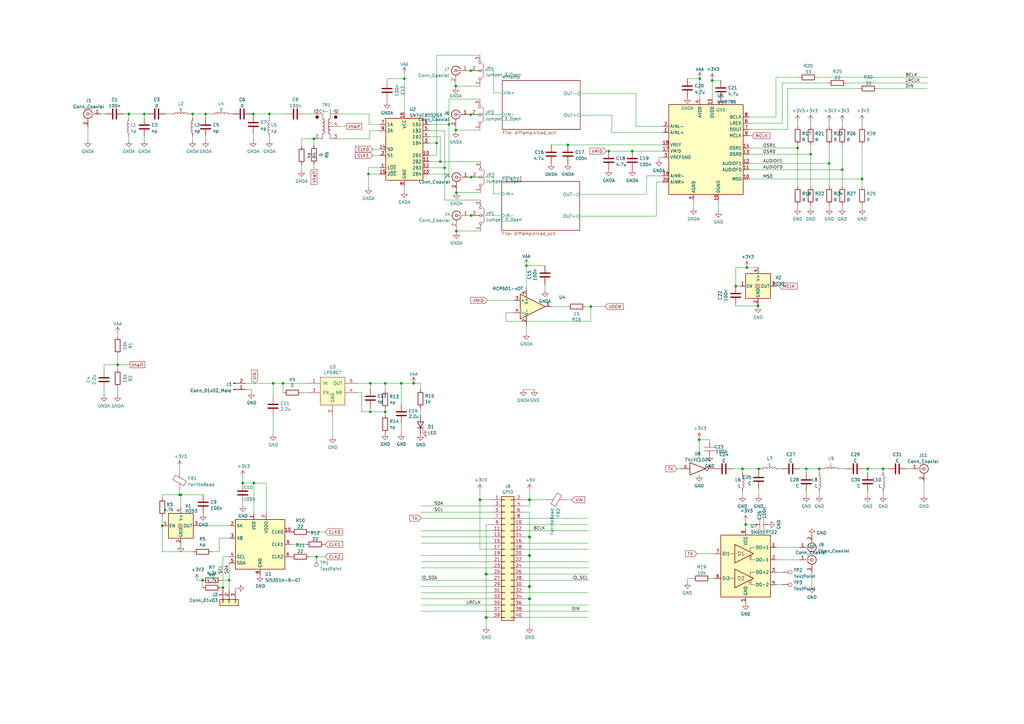
<source format=kicad_sch>
(kicad_sch (version 20211123) (generator eeschema)
  (paper "A3")
  (title_block (title "RasPi 2/3/4 shortwave receiver") (date "2023-06-04") (rev "1") (company "DC4HP hnch@gmx.net") (comment 1 "Designed for AISLER 2-Layer Service"))
  (junction (at 287.02 32.258))
  (junction (at 78.994 46.736))
  (junction (at 74.168 202.946))
  (junction (at 187.198 78.994))
  (junction (at 104.14 198.12))
  (junction (at 116.078 157.226))
  (junction (at 304.546 192.278))
  (junction (at 151.892 168.91))
  (junction (at 179.07 58.674))
  (junction (at 157.988 168.91))
  (junction (at 157.988 157.226))
  (junction (at 292.1 33.02))
  (junction (at 112.014 157.226))
  (junction (at 249.682 61.976))
  (junction (at 199.39 235.458) (diameter 1.016))
  (junction (at 169.672 157.226))
  (junction (at 217.17 204.978) (diameter 1.016))
  (junction (at 99.568 198.12))
  (junction (at 306.324 109.728))
  (junction (at 182.372 68.834))
  (junction (at 330.708 192.278))
  (junction (at 73.66 202.946))
  (junction (at 193.04 46.99))
  (junction (at 129.794 228.346))
  (junction (at 345.44 69.596))
  (junction (at 151.892 157.226))
  (junction (at 83.058 237.998))
  (junction (at 332.486 63.246))
  (junction (at 362.204 192.278))
  (junction (at 327.152 60.706))
  (junction (at 91.44 241.046))
  (junction (at 196.85 204.978) (diameter 1.016))
  (junction (at 353.568 73.406))
  (junction (at 186.944 35.306))
  (junction (at 217.17 245.618) (diameter 1.016))
  (junction (at 164.592 157.226))
  (junction (at 184.15 51.054))
  (junction (at 193.04 28.956))
  (junction (at 217.17 220.218) (diameter 1.016))
  (junction (at 103.886 46.736))
  (junction (at 151.13 71.374))
  (junction (at 66.548 215.646))
  (junction (at 110.49 46.736))
  (junction (at 310.896 125.476))
  (junction (at 242.316 125.73))
  (junction (at 217.17 240.538) (diameter 1.016))
  (junction (at 165.862 32.258))
  (junction (at 199.39 253.238) (diameter 1.016))
  (junction (at 301.752 117.348))
  (junction (at 355.854 192.278))
  (junction (at 48.26 149.606))
  (junction (at 340.106 67.056))
  (junction (at 305.816 215.138))
  (junction (at 187.198 94.742))
  (junction (at 259.334 61.976))
  (junction (at 180.594 66.294))
  (junction (at 186.944 53.34))
  (junction (at 59.182 46.736))
  (junction (at 311.15 192.278))
  (junction (at 217.17 227.838) (diameter 1.016))
  (junction (at 52.832 46.736))
  (junction (at 128.778 56.896))
  (junction (at 93.98 237.998))
  (junction (at 215.9 108.966))
  (junction (at 84.328 46.736))
  (junction (at 286.766 180.34))
  (junction (at 193.294 88.392))
  (junction (at 336.042 192.278))
  (junction (at 193.294 72.644))
  (junction (at 232.918 59.436))
  (wire (pts (xy 73.66 202.946) (xy 73.66 200.914)))
  (wire (pts (xy 148.336 168.91) (xy 151.892 168.91)))
  (wire (pts (xy 292.1 33.02) (xy 295.656 33.02)))
  (wire (pts (xy 192.278 72.644) (xy 193.294 72.644)))
  (wire (pts (xy 172.72 230.378) (xy 201.93 230.378)))
  (wire (pts (xy 197.104 94.742) (xy 187.198 94.742)))
  (wire (pts (xy 180.594 56.134) (xy 180.594 66.294)))
  (wire (pts (xy 364.236 192.278) (xy 362.204 192.278)))
  (wire (pts (xy 172.72 248.158) (xy 201.93 248.158)))
  (wire (pts (xy 136.398 171.196) (xy 136.398 179.07)))
  (wire (pts (xy 128.778 56.896) (xy 123.698 56.896)))
  (wire (pts (xy 359.918 36.322) (xy 380.238 36.322)))
  (wire (pts (xy 48.26 149.606) (xy 48.26 151.384)))
  (wire (pts (xy 172.72 243.078) (xy 201.93 243.078)))
  (wire (pts (xy 83.312 210.566) (xy 83.312 210.82)))
  (wire (pts (xy 291.084 181.61) (xy 291.084 180.34)))
  (wire (pts (xy 125.476 223.266) (xy 119.38 223.266)))
  (wire (pts (xy 138.938 56.896) (xy 151.638 56.896)))
  (wire (pts (xy 184.15 51.054) (xy 184.15 71.374)))
  (wire (pts (xy 336.042 192.278) (xy 336.042 193.802)))
  (wire (pts (xy 86.868 226.314) (xy 89.916 226.314)))
  (wire (pts (xy 292.1 32.766) (xy 292.1 33.02)))
  (wire (pts (xy 355.854 192.278) (xy 355.854 193.802)))
  (wire (pts (xy 214.63 253.238) (xy 241.3 253.238)))
  (wire (pts (xy 336.042 201.422) (xy 336.042 203.2)))
  (wire (pts (xy 91.44 242.062) (xy 91.44 241.046)))
  (wire (pts (xy 201.93 245.618) (xy 172.72 245.618)))
  (wire (pts (xy 151.13 68.834) (xy 151.13 71.374)))
  (wire (pts (xy 234.442 204.978) (xy 231.902 204.978)))
  (wire (pts (xy 96.52 242.062) (xy 96.52 241.3)))
  (wire (pts (xy 83.058 237.998) (xy 83.058 241.046)))
  (wire (pts (xy 59.182 46.736) (xy 59.182 48.26)))
  (wire (pts (xy 176.022 63.754) (xy 179.07 63.754)))
  (wire (pts (xy 165.862 32.258) (xy 165.862 45.974)))
  (wire (pts (xy 116.078 161.036) (xy 116.078 157.226)))
  (wire (pts (xy 176.022 53.594) (xy 182.372 53.594)))
  (wire (pts (xy 78.994 55.88) (xy 78.994 57.658)))
  (wire (pts (xy 320.802 34.036) (xy 320.802 50.546)))
  (wire (pts (xy 103.124 159.766) (xy 100.838 159.766)))
  (wire (pts (xy 59.182 55.88) (xy 59.182 57.658)))
  (wire (pts (xy 260.858 51.816) (xy 271.78 51.816)))
  (wire (pts (xy 353.568 73.406) (xy 353.568 76.454)))
  (wire (pts (xy 332.486 59.436) (xy 332.486 63.246)))
  (wire (pts (xy 187.198 93.472) (xy 187.198 94.742)))
  (wire (pts (xy 165.862 30.226) (xy 165.862 32.258)))
  (wire (pts (xy 232.918 59.436) (xy 226.06 59.436)))
  (wire (pts (xy 217.17 210.058) (xy 217.17 220.218)))
  (wire (pts (xy 196.85 53.34) (xy 186.944 53.34)))
  (wire (pts (xy 78.994 46.736) (xy 84.328 46.736)))
  (wire (pts (xy 332.994 234.696) (xy 332.994 240.538)))
  (wire (pts (xy 214.63 250.698) (xy 241.3 250.698)))
  (wire (pts (xy 307.34 67.056) (xy 340.106 67.056)))
  (wire (pts (xy 215.9 133.35) (xy 215.9 136.652)))
  (wire (pts (xy 110.49 46.736) (xy 117.348 46.736)))
  (wire (pts (xy 337.058 192.278) (xy 336.042 192.278)))
  (wire (pts (xy 214.63 159.766) (xy 219.202 159.766)))
  (wire (pts (xy 214.63 215.138) (xy 241.3 215.138)))
  (wire (pts (xy 151.384 46.736) (xy 151.384 51.054)))
  (wire (pts (xy 226.06 125.73) (xy 232.664 125.73)))
  (wire (pts (xy 327.152 49.784) (xy 327.152 51.816)))
  (wire (pts (xy 332.486 63.246) (xy 332.486 76.454)))
  (wire (pts (xy 84.328 46.736) (xy 84.328 48.26)))
  (wire (pts (xy 318.516 234.696) (xy 320.802 234.696)))
  (wire (pts (xy 305.816 215.138) (xy 305.816 216.916)))
  (wire (pts (xy 187.198 78.994) (xy 197.104 78.994)))
  (wire (pts (xy 330.708 192.278) (xy 328.168 192.278)))
  (wire (pts (xy 214.63 237.998) (xy 241.3 237.998)))
  (wire (pts (xy 217.17 204.978) (xy 217.17 207.518)))
  (wire (pts (xy 157.988 170.18) (xy 157.988 168.91)))
  (wire (pts (xy 48.26 136.652) (xy 48.26 137.922)))
  (wire (pts (xy 158.75 32.258) (xy 165.862 32.258)))
  (wire (pts (xy 172.72 250.698) (xy 201.93 250.698)))
  (wire (pts (xy 307.34 60.706) (xy 327.152 60.706)))
  (wire (pts (xy 214.63 217.678) (xy 241.3 217.678)))
  (wire (pts (xy 196.85 40.64) (xy 184.15 40.64)))
  (wire (pts (xy 52.832 55.88) (xy 52.832 57.658)))
  (wire (pts (xy 362.204 201.422) (xy 362.204 203.2)))
  (wire (pts (xy 42.672 149.606) (xy 48.26 149.606)))
  (wire (pts (xy 81.788 215.646) (xy 93.98 215.646)))
  (wire (pts (xy 347.218 34.036) (xy 380.238 34.036)))
  (wire (pts (xy 201.93 207.518) (xy 172.72 207.518)))
  (wire (pts (xy 242.316 125.73) (xy 242.316 131.826)))
  (wire (pts (xy 103.886 46.736) (xy 103.886 47.244)))
  (wire (pts (xy 327.66 31.75) (xy 318.262 31.75)))
  (wire (pts (xy 151.892 159.512) (xy 151.892 157.226)))
  (wire (pts (xy 345.44 49.784) (xy 345.44 51.816)))
  (wire (pts (xy 133.35 218.186) (xy 127 218.186)))
  (wire (pts (xy 373.888 192.278) (xy 371.856 192.278)))
  (wire (pts (xy 128.778 69.596) (xy 128.778 67.31)))
  (wire (pts (xy 165.862 76.454) (xy 165.862 78.486)))
  (wire (pts (xy 184.15 40.64) (xy 184.15 51.054)))
  (wire (pts (xy 269.24 88.646) (xy 237.744 88.646)))
  (wire (pts (xy 318.262 48.006) (xy 307.34 48.006)))
  (wire (pts (xy 260.858 38.354) (xy 237.998 38.354)))
  (wire (pts (xy 164.592 165.862) (xy 164.592 157.226)))
  (wire (pts (xy 199.39 215.138) (xy 199.39 235.458)))
  (wire (pts (xy 176.022 71.374) (xy 184.15 71.374)))
  (wire (pts (xy 78.994 46.736) (xy 78.994 48.26)))
  (wire (pts (xy 217.17 220.218) (xy 214.63 220.218)))
  (wire (pts (xy 93.98 237.998) (xy 93.98 242.062)))
  (wire (pts (xy 42.672 159.512) (xy 42.672 162.052)))
  (wire (pts (xy 307.34 53.086) (xy 323.088 53.086)))
  (wire (pts (xy 48.26 159.004) (xy 48.26 162.052)))
  (wire (pts (xy 172.72 220.218) (xy 201.93 220.218)))
  (wire (pts (xy 151.638 53.594) (xy 155.702 53.594)))
  (wire (pts (xy 353.568 84.074) (xy 353.568 85.344)))
  (wire (pts (xy 172.466 167.386) (xy 172.466 170.434)))
  (wire (pts (xy 193.04 46.99) (xy 205.994 46.99)))
  (wire (pts (xy 104.14 210.566) (xy 104.14 198.12)))
  (wire (pts (xy 291.084 180.34) (xy 286.766 180.34)))
  (wire (pts (xy 202.438 28.956) (xy 202.438 38.1)))
  (wire (pts (xy 100.838 157.226) (xy 112.014 157.226)))
  (wire (pts (xy 240.284 125.73) (xy 242.316 125.73)))
  (wire (pts (xy 217.17 245.618) (xy 217.17 257.048)))
  (wire (pts (xy 202.438 28.956) (xy 193.04 28.956)))
  (wire (pts (xy 352.298 36.322) (xy 323.088 36.322)))
  (wire (pts (xy 301.752 125.476) (xy 310.896 125.476)))
  (wire (pts (xy 202.438 38.1) (xy 205.994 38.1)))
  (wire (pts (xy 214.63 243.078) (xy 241.3 243.078)))
  (wire (pts (xy 242.316 125.73) (xy 248.158 125.73)))
  (wire (pts (xy 70.358 46.736) (xy 68.072 46.736)))
  (wire (pts (xy 287.02 32.258) (xy 287.02 40.386)))
  (wire (pts (xy 217.17 245.618) (xy 214.63 245.618)))
  (wire (pts (xy 155.702 68.834) (xy 151.13 68.834)))
  (wire (pts (xy 182.372 82.042) (xy 197.104 82.042)))
  (wire (pts (xy 36.068 51.816) (xy 36.068 57.658)))
  (wire (pts (xy 199.39 253.238) (xy 201.93 253.238)))
  (wire (pts (xy 214.63 248.158) (xy 241.3 248.158)))
  (wire (pts (xy 332.486 49.784) (xy 332.486 51.816)))
  (wire (pts (xy 74.168 202.946) (xy 74.168 208.026)))
  (wire (pts (xy 215.9 108.966) (xy 215.9 118.11)))
  (wire (pts (xy 151.13 76.962) (xy 151.13 71.374)))
  (wire (pts (xy 169.672 157.226) (xy 172.466 157.226)))
  (wire (pts (xy 199.39 215.138) (xy 201.93 215.138)))
  (wire (pts (xy 103.886 46.736) (xy 110.49 46.736)))
  (wire (pts (xy 294.64 82.296) (xy 294.64 86.614)))
  (wire (pts (xy 66.548 202.946) (xy 73.66 202.946)))
  (wire (pts (xy 172.72 210.058) (xy 201.93 210.058)))
  (wire (pts (xy 104.14 198.12) (xy 99.568 198.12)))
  (wire (pts (xy 192.024 46.99) (xy 193.04 46.99)))
  (wire (pts (xy 353.568 49.784) (xy 353.568 51.816)))
  (wire (pts (xy 340.106 59.436) (xy 340.106 67.056)))
  (wire (pts (xy 285.75 227.076) (xy 293.116 227.076)))
  (wire (pts (xy 311.15 200.406) (xy 311.15 203.2)))
  (wire (pts (xy 217.17 220.218) (xy 217.17 227.838)))
  (wire (pts (xy 110.49 46.736) (xy 110.49 48.26)))
  (wire (pts (xy 327.152 60.706) (xy 327.152 76.454)))
  (wire (pts (xy 110.49 55.88) (xy 110.49 57.658)))
  (wire (pts (xy 292.1 33.02) (xy 292.1 40.386)))
  (wire (pts (xy 330.708 192.278) (xy 330.708 193.802)))
  (wire (pts (xy 355.854 201.422) (xy 355.854 203.2)))
  (wire (pts (xy 157.988 157.226) (xy 151.892 157.226)))
  (wire (pts (xy 271.78 72.136) (xy 265.176 72.136)))
  (wire (pts (xy 164.592 173.482) (xy 164.592 177.8)))
  (wire (pts (xy 148.336 161.036) (xy 148.336 168.91)))
  (wire (pts (xy 93.98 230.886) (xy 93.98 237.998)))
  (wire (pts (xy 84.328 46.736) (xy 86.868 46.736)))
  (wire (pts (xy 259.334 61.976) (xy 271.78 61.976)))
  (wire (pts (xy 73.66 193.294) (xy 73.66 191.516)))
  (wire (pts (xy 250.952 54.356) (xy 250.952 47.244)))
  (wire (pts (xy 41.148 46.736) (xy 43.18 46.736)))
  (wire (pts (xy 151.638 56.896) (xy 151.638 53.594)))
  (wire (pts (xy 217.17 240.538) (xy 214.63 240.538)))
  (wire (pts (xy 284.48 82.296) (xy 284.48 85.344)))
  (wire (pts (xy 281.94 32.258) (xy 287.02 32.258)))
  (wire (pts (xy 307.34 69.596) (xy 345.44 69.596)))
  (wire (pts (xy 269.24 74.676) (xy 271.78 74.676)))
  (wire (pts (xy 172.72 232.918) (xy 201.93 232.918)))
  (wire (pts (xy 281.94 238.76) (xy 281.94 237.236)))
  (wire (pts (xy 270.256 64.516) (xy 271.78 64.516)))
  (wire (pts (xy 305.816 213.868) (xy 305.816 215.138)))
  (wire (pts (xy 305.816 215.138) (xy 309.88 215.138)))
  (wire (pts (xy 109.22 198.12) (xy 104.14 198.12)))
  (wire (pts (xy 232.918 59.436) (xy 271.78 59.436)))
  (wire (pts (xy 128.778 59.69) (xy 128.778 56.896)))
  (wire (pts (xy 172.72 240.538) (xy 201.93 240.538)))
  (wire (pts (xy 179.07 22.606) (xy 196.85 22.606)))
  (wire (pts (xy 270.256 65.532) (xy 270.256 64.516)))
  (wire (pts (xy 66.548 226.314) (xy 79.248 226.314)))
  (wire (pts (xy 91.44 241.046) (xy 91.44 228.346)))
  (wire (pts (xy 214.63 225.298) (xy 241.3 225.298)))
  (wire (pts (xy 90.678 237.998) (xy 93.98 237.998)))
  (wire (pts (xy 199.898 123.19) (xy 210.82 123.19)))
  (wire (pts (xy 196.85 204.978) (xy 201.93 204.978)))
  (wire (pts (xy 133.35 228.346) (xy 129.794 228.346)))
  (wire (pts (xy 301.752 109.728) (xy 306.324 109.728)))
  (wire (pts (xy 50.8 46.736) (xy 52.832 46.736)))
  (wire (pts (xy 91.44 228.346) (xy 93.98 228.346)))
  (wire (pts (xy 99.568 198.12) (xy 99.568 198.374)))
  (wire (pts (xy 318.516 229.616) (xy 327.914 229.616)))
  (wire (pts (xy 186.944 52.07) (xy 186.944 53.34)))
  (wire (pts (xy 277.622 192.278) (xy 279.146 192.278)))
  (wire (pts (xy 73.66 202.946) (xy 74.168 202.946)))
  (wire (pts (xy 201.93 237.998) (xy 172.72 237.998)))
  (wire (pts (xy 217.17 227.838) (xy 214.63 227.838)))
  (wire (pts (xy 199.39 235.458) (xy 199.39 253.238)))
  (wire (pts (xy 281.94 237.236) (xy 283.972 237.236)))
  (wire (pts (xy 217.17 204.978) (xy 224.282 204.978)))
  (wire (pts (xy 318.516 239.776) (xy 320.802 239.776)))
  (wire (pts (xy 210.82 128.27) (xy 207.518 128.27)))
  (wire (pts (xy 304.546 201.422) (xy 304.546 203.2)))
  (wire (pts (xy 84.328 55.88) (xy 84.328 57.658)))
  (wire (pts (xy 307.34 63.246) (xy 332.486 63.246)))
  (wire (pts (xy 201.93 227.838) (xy 172.72 227.838)))
  (wire (pts (xy 303.276 117.348) (xy 301.752 117.348)))
  (wire (pts (xy 99.568 195.58) (xy 99.568 198.12)))
  (wire (pts (xy 201.93 217.678) (xy 172.72 217.678)))
  (wire (pts (xy 217.17 210.058) (xy 214.63 210.058)))
  (wire (pts (xy 301.752 117.348) (xy 301.752 109.728)))
  (wire (pts (xy 164.592 157.226) (xy 169.672 157.226)))
  (wire (pts (xy 59.182 46.736) (xy 60.452 46.736)))
  (wire (pts (xy 157.988 168.91) (xy 157.988 167.64)))
  (wire (pts (xy 176.022 51.054) (xy 184.15 51.054)))
  (wire (pts (xy 126.238 161.036) (xy 123.698 161.036)))
  (wire (pts (xy 330.708 201.422) (xy 330.708 203.2)))
  (wire (pts (xy 345.44 84.074) (xy 345.44 85.344)))
  (wire (pts (xy 202.438 79.502) (xy 205.74 79.502)))
  (wire (pts (xy 172.466 157.226) (xy 172.466 159.766)))
  (wire (pts (xy 99.568 205.994) (xy 99.568 207.264)))
  (wire (pts (xy 378.968 197.358) (xy 378.968 203.2)))
  (wire (pts (xy 138.938 46.736) (xy 151.384 46.736)))
  (wire (pts (xy 123.698 67.564) (xy 123.698 69.85)))
  (wire (pts (xy 362.204 192.278) (xy 362.204 193.802)))
  (wire (pts (xy 336.042 192.278) (xy 330.708 192.278)))
  (wire (pts (xy 311.15 192.278) (xy 311.15 192.786)))
  (wire (pts (xy 66.548 204.216) (xy 66.548 202.946)))
  (wire (pts (xy 48.26 149.606) (xy 53.34 149.606)))
  (wire (pts (xy 307.34 73.406) (xy 353.568 73.406)))
  (wire (pts (xy 94.488 46.736) (xy 95.504 46.736)))
  (wire (pts (xy 123.698 56.896) (xy 123.698 59.944)))
  (wire (pts (xy 176.022 58.674) (xy 179.07 58.674)))
  (wire (pts (xy 196.85 201.168) (xy 196.85 204.978)))
  (wire (pts (xy 42.672 151.892) (xy 42.672 149.606)))
  (wire (pts (xy 310.896 124.968) (xy 310.896 125.476)))
  (wire (pts (xy 148.336 161.036) (xy 146.558 161.036)))
  (wire (pts (xy 214.63 212.598) (xy 241.3 212.598)))
  (wire (pts (xy 332.486 84.074) (xy 332.486 85.344)))
  (wire (pts (xy 286.766 180.34) (xy 286.766 189.738)))
  (wire (pts (xy 157.988 160.02) (xy 157.988 157.226)))
  (wire (pts (xy 109.22 210.566) (xy 109.22 198.12)))
  (wire (pts (xy 151.13 71.374) (xy 155.702 71.374)))
  (wire (pts (xy 207.518 131.826) (xy 242.316 131.826)))
  (wire (pts (xy 158.75 33.274) (xy 158.75 32.258)))
  (wire (pts (xy 318.262 31.75) (xy 318.262 48.006)))
  (wire (pts (xy 301.752 124.968) (xy 301.752 125.476)))
  (wire (pts (xy 214.63 235.458) (xy 241.3 235.458)))
  (wire (pts (xy 217.17 201.168) (xy 217.17 204.978)))
  (wire (pts (xy 207.518 128.27) (xy 207.518 131.826)))
  (wire (pts (xy 318.516 117.348) (xy 319.532 117.348)))
  (wire (pts (xy 271.78 54.356) (xy 250.952 54.356)))
  (wire (pts (xy 103.886 54.864) (xy 103.886 57.658)))
  (wire (pts (xy 80.772 237.998) (xy 83.058 237.998)))
  (wire (pts (xy 199.39 253.238) (xy 199.39 257.048)))
  (wire (pts (xy 103.124 160.782) (xy 103.124 159.766)))
  (wire (pts (xy 138.938 51.816) (xy 142.24 51.816)))
  (wire (pts (xy 265.176 79.756) (xy 237.744 79.756)))
  (wire (pts (xy 306.324 109.728) (xy 310.896 109.728)))
  (wire (pts (xy 182.372 68.834) (xy 182.372 53.594)))
  (wire (pts (xy 214.63 232.918) (xy 241.3 232.918)))
  (wire (pts (xy 248.666 61.976) (xy 249.682 61.976)))
  (wire (pts (xy 103.124 46.736) (xy 103.886 46.736)))
  (wire (pts (xy 74.168 202.946) (xy 83.312 202.946)))
  (wire (pts (xy 152.908 63.754) (xy 155.702 63.754)))
  (wire (pts (xy 74.168 223.266) (xy 74.168 223.774)))
  (wire (pts (xy 179.07 22.606) (xy 179.07 58.674)))
  (wire (pts (xy 307.34 55.626) (xy 308.356 55.626)))
  (wire (pts (xy 320.802 50.546) (xy 307.34 50.546)))
  (wire (pts (xy 269.24 74.676) (xy 269.24 88.646)))
  (wire (pts (xy 199.39 235.458) (xy 201.93 235.458)))
  (wire (pts (xy 158.75 40.894) (xy 158.75 41.91)))
  (wire (pts (xy 340.106 67.056) (xy 340.106 76.454)))
  (wire (pts (xy 112.014 170.434) (xy 112.014 178.054)))
  (wire (pts (xy 187.198 77.724) (xy 187.198 78.994)))
  (wire (pts (xy 223.52 108.966) (xy 215.9 108.966)))
  (wire (pts (xy 187.198 94.742) (xy 187.198 95.25)))
  (wire (pts (xy 48.26 145.542) (xy 48.26 149.606)))
  (wire (pts (xy 327.914 224.536) (xy 318.516 224.536)))
  (wire (pts (xy 193.294 88.392) (xy 205.74 88.392)))
  (wire (pts (xy 196.85 35.306) (xy 186.944 35.306)))
  (wire (pts (xy 151.892 168.91) (xy 151.892 167.132)))
  (wire (pts (xy 339.598 34.036) (xy 320.802 34.036)))
  (wire (pts (xy 172.72 212.598) (xy 201.93 212.598)))
  (wire (pts (xy 217.17 207.518) (xy 214.63 207.518)))
  (wire (pts (xy 186.944 34.036) (xy 186.944 35.306)))
  (wire (pts (xy 151.892 157.226) (xy 146.558 157.226)))
  (wire (pts (xy 311.15 192.278) (xy 304.546 192.278)))
  (wire (pts (xy 260.858 38.354) (xy 260.858 51.816)))
  (wire (pts (xy 176.022 56.134) (xy 180.594 56.134)))
  (wire (pts (xy 124.968 46.736) (xy 128.778 46.736)))
  (wire (pts (xy 96.52 241.3) (xy 97.282 241.3)))
  (wire (pts (xy 112.014 157.226) (xy 116.078 157.226)))
  (wire (pts (xy 217.17 204.978) (xy 214.63 204.978)))
  (wire (pts (xy 133.35 223.266) (xy 133.096 223.266)))
  (wire (pts (xy 344.678 192.278) (xy 346.964 192.278)))
  (wire (pts (xy 323.088 36.322) (xy 323.088 53.086)))
  (wire (pts (xy 89.916 220.726) (xy 93.98 220.726)))
  (wire (pts (xy 362.204 192.278) (xy 355.854 192.278)))
  (wire (pts (xy 182.372 82.042) (xy 182.372 68.834)))
  (wire (pts (xy 77.978 46.736) (xy 78.994 46.736)))
  (wire (pts (xy 151.384 51.054) (xy 155.702 51.054)))
  (wire (pts (xy 327.152 59.436) (xy 327.152 60.706)))
  (wire (pts (xy 304.546 192.278) (xy 300.736 192.278)))
  (wire (pts (xy 157.988 157.226) (xy 164.592 157.226)))
  (wire (pts (xy 192.278 88.392) (xy 193.294 88.392)))
  (wire (pts (xy 249.682 61.976) (xy 259.334 61.976)))
  (wire (pts (xy 186.944 53.34) (xy 186.944 53.848)))
  (wire (pts (xy 319.532 192.278) (xy 320.548 192.278)))
  (wire (pts (xy 311.912 192.278) (xy 311.15 192.278)))
  (wire (pts (xy 193.294 72.644) (xy 202.438 72.644)))
  (wire (pts (xy 340.106 84.074) (xy 340.106 85.344)))
  (wire (pts (xy 176.022 68.834) (xy 182.372 68.834)))
  (wire (pts (xy 291.592 237.236) (xy 293.116 237.236)))
  (wire (pts (xy 217.17 227.838) (xy 217.17 240.538)))
  (wire (pts (xy 151.892 168.91) (xy 157.988 168.91)))
  (wire (pts (xy 335.28 31.75) (xy 380.238 31.75)))
  (wire (pts (xy 90.678 241.046) (xy 91.44 241.046)))
  (wire (pts (xy 217.17 240.538) (xy 217.17 245.618)))
  (wire (pts (xy 345.44 69.596) (xy 345.44 76.454)))
  (wire (pts (xy 250.952 47.244) (xy 237.998 47.244)))
  (wire (pts (xy 180.594 66.294) (xy 197.104 66.294)))
  (wire (pts (xy 172.72 222.758) (xy 201.93 222.758)))
  (wire (pts (xy 223.52 116.586) (xy 223.52 119.126)))
  (wire (pts (xy 66.548 211.836) (xy 66.548 215.646)))
  (wire (pts (xy 129.794 228.346) (xy 127 228.346)))
  (wire (pts (xy 345.44 59.436) (xy 345.44 69.596)))
  (wire (pts (xy 355.854 192.278) (xy 354.584 192.278)))
  (wire (pts (xy 152.908 61.214) (xy 155.702 61.214)))
  (wire (pts (xy 310.896 125.476) (xy 310.896 125.73)))
  (wire (pts (xy 116.078 157.226) (xy 126.238 157.226)))
  (wire (pts (xy 179.07 63.754) (xy 179.07 58.674)))
  (wire (pts (xy 202.438 79.502) (xy 202.438 72.644)))
  (wire (pts (xy 196.85 225.298) (xy 201.93 225.298)))
  (wire (pts (xy 214.63 222.758) (xy 241.3 222.758)))
  (wire (pts (xy 186.944 35.306) (xy 186.944 35.814)))
  (wire (pts (xy 340.106 49.784) (xy 340.106 51.816)))
  (wire (pts (xy 112.014 157.226) (xy 112.014 162.814)))
  (wire (pts (xy 327.152 84.074) (xy 327.152 85.344)))
  (wire (pts (xy 66.548 215.646) (xy 66.548 226.314)))
  (wire (pts (xy 196.85 204.978) (xy 196.85 225.298)))
  (wire (pts (xy 286.766 180.086) (xy 286.766 180.34)))
  (wire (pts (xy 176.022 66.294) (xy 180.594 66.294)))
  (wire (pts (xy 265.176 72.136) (xy 265.176 79.756)))
  (wire (pts (xy 353.568 59.436) (xy 353.568 73.406)))
  (wire (pts (xy 214.63 230.378) (xy 241.3 230.378)))
  (wire (pts (xy 52.832 46.736) (xy 59.182 46.736)))
  (wire (pts (xy 304.546 192.278) (xy 304.546 193.802)))
  (wire (pts (xy 89.916 226.314) (xy 89.916 220.726)))
  (wire (pts (xy 192.024 28.956) (xy 193.04 28.956)))
  (wire (pts (xy 52.832 46.736) (xy 52.832 48.26)))
  (label "BCLK" (at 218.694 217.678 0))
  (label "MS0" (at 312.928 73.406 0))
  (label "AUDIOF1" (at 312.928 67.056 0))
  (label "ID_SCL" (at 241.3 237.998 180))
  (label "DIN" (at 371.348 36.322 0))
  (label "OSR0" (at 312.928 63.246 0))
  (label "OSR1" (at 312.928 60.706 0))
  (label "ID_SDA" (at 172.72 237.998 0))
  (label "SDA" (at 178.054 207.518 0))
  (label "SCL" (at 178.054 210.058 0))
  (label "SCL" (at 91.44 235.458 90))
  (label "SDA" (at 93.98 235.458 90))
  (label "DIN" (at 234.442 250.698 0))
  (label "LRCLK" (at 191.262 248.158 0))
  (label "BCLK" (at 371.348 31.75 0))
  (label "LRCLK" (at 371.348 34.036 0))
  (label "AUDIOF0" (at 312.928 69.596 0))
  (global_label "MCLK" (shape input) (at 319.532 117.348 0) (property "Referenzen zwischen Schaltplänen" "${INTERSHEET_REFS}" (effects hide)))
  (global_label "VMID" (shape input) (at 199.898 123.19 180) (property "Referenzen zwischen Schaltplänen" "${INTERSHEET_REFS}" (effects hide)))
  (global_label "VIN" (shape input) (at 104.394 157.226 90) (property "Referenzen zwischen Schaltplänen" "${INTERSHEET_REFS}" (effects hide)))
  (global_label "CLK0" (shape input) (at 133.35 218.186 0) (property "Referenzen zwischen Schaltplänen" "${INTERSHEET_REFS}" (effects hide)))
  (global_label "TX" (shape input) (at 172.72 212.598 180) (property "Referenzen zwischen Schaltplänen" "${INTERSHEET_REFS}" (effects hide)))
  (global_label "VIN" (shape input) (at 234.442 204.978 0) (property "Referenzen zwischen Schaltplänen" "${INTERSHEET_REFS}" (effects hide)))
  (global_label "Vhalf" (shape passive) (at 142.24 51.816 0) (property "Referenzen zwischen Schaltplänen" "${INTERSHEET_REFS}" (effects hide)))
  (global_label "TX" (shape input) (at 277.622 192.278 180) (property "Referenzen zwischen Schaltplänen" "${INTERSHEET_REFS}" (effects hide)))
  (global_label "Vhalf" (shape passive) (at 128.778 69.596 270) (property "Referenzen zwischen Schaltplänen" "${INTERSHEET_REFS}" (effects hide)))
  (global_label "CLK2" (shape input) (at 133.35 228.346 0) (property "Referenzen zwischen Schaltplänen" "${INTERSHEET_REFS}" (effects hide)))
  (global_label "MCLK" (shape input) (at 308.356 55.626 0) (property "Referenzen zwischen Schaltplänen" "${INTERSHEET_REFS}" (effects hide)))
  (global_label "CLK1" (shape input) (at 133.35 223.266 0) (property "Referenzen zwischen Schaltplänen" "${INTERSHEET_REFS}" (effects hide)))
  (global_label "TX" (shape input) (at 285.75 227.076 180) (property "Referenzen zwischen Schaltplänen" "${INTERSHEET_REFS}" (effects hide)))
  (global_label "CLK1" (shape input) (at 152.908 63.754 180) (property "Referenzen zwischen Schaltplänen" "${INTERSHEET_REFS}" (effects hide)))
  (global_label "VOCM" (shape input) (at 248.158 125.73 0) (property "Referenzen zwischen Schaltplänen" "${INTERSHEET_REFS}" (effects hide)))
  (global_label "VMID" (shape input) (at 248.666 61.976 180) (property "Referenzen zwischen Schaltplänen" "${INTERSHEET_REFS}" (effects hide)))
  (global_label "CLK0" (shape input) (at 152.908 61.214 180) (property "Referenzen zwischen Schaltplänen" "${INTERSHEET_REFS}" (effects hide)))
  (global_label "Vhalf" (shape passive) (at 53.34 149.606 0) (property "Referenzen zwischen Schaltplänen" "${INTERSHEET_REFS}" (effects hide)))
  (symbol (lib_id "power:GNDA") (at 42.672 162.052 0) (unit 1)
    (property "Reference" "#PWR04" (effects hide))
    (property "Value" "GNDA" (at 42.672 166.4954 0))
  )
  (symbol (lib_id "Device:L") (at 336.042 197.612 0) (mirror x) (unit 1)
    (property "Reference" "L8" (at 335.407 196.7773 0) (effects (justify right)))
    (property "Value" "L" (at 335.407 199.3142 0) (effects (justify right)))
    (property "Footprint" "hnch:L_1008_0805_0603_HandSolder_Combo" (effects hide))
  )
  (symbol (lib_id "power:+3V3") (at 292.1 32.766 0) (unit 1)
    (property "Reference" "#PWR052" (effects hide))
    (property "Value" "+3V3" (at 292.481 28.3718 0))
  )
  (symbol (lib_id "adrf:WM8786") (at 289.56 61.976 0) (unit 1)
    (property "Reference" "U5" (at 294.1194 39.2262 0) (effects (justify left)))
    (property "Value" "WM8786" (at 294.1194 41.7631 0) (effects (justify left)))
    (property "Footprint" "Package_SO:SSOP-20_5.3x7.2mm_P0.65mm" (effects hide))
  )
  (symbol (lib_id "power:GNDA") (at 110.49 57.658 0) (unit 1)
    (property "Reference" "#PWR010" (effects hide))
    (property "Value" "GNDA" (at 110.49 62.1014 0))
  )
  (symbol (lib_id "device:R") (at 66.548 208.026 0) (unit 1)
    (property "Reference" "R3" (at 69.596 207.01 0))
    (property "Value" "4.7k" (at 69.088 209.042 0))
    (property "Footprint" "Resistor_SMD:R_0603_1608Metric" (effects hide))
  )
  (symbol (lib_id "Device:C") (at 103.886 51.054 180) (unit 1)
    (property "Reference" "C7" (at 106.807 50.2193 0) (effects (justify right)))
    (property "Value" "np" (at 106.807 52.7562 0) (effects (justify right)))
    (property "Footprint" "Capacitor_SMD:C_0805_2012Metric" (effects hide))
  )
  (symbol (lib_id "power:GNDA") (at 270.256 65.532 0) (unit 1)
    (property "Reference" "#PWR048" (effects hide))
    (property "Value" "GNDA" (at 270.256 69.9754 0))
  )
  (symbol (lib_id "power:GND") (at 340.106 85.344 0) (unit 1)
    (property "Reference" "#PWR066" (effects hide))
    (property "Value" "GND" (at 340.106 89.7874 0))
  )
  (symbol (lib_id "Device:FerriteBead") (at 228.092 204.978 270) (unit 1)
    (property "Reference" "FB2" (at 228.9775 208.3816 0) (effects (justify left)))
    (property "Value" "FerriteBead" (at 226.4406 208.3816 0) (effects (justify left)))
    (property "Footprint" "Inductor_SMD:L_0603_1608Metric" (effects hide))
  )
  (symbol (lib_id "device:R") (at 119.888 161.036 270) (unit 1)
    (property "Reference" "R9" (at 119.888 155.7782 90))
    (property "Value" "0" (at 119.888 158.0896 90))
    (property "Footprint" "Resistor_SMD:R_0603_1608Metric" (effects hide))
  )
  (symbol (lib_id "power:GNDA") (at 186.944 53.848 0) (mirror y) (unit 1)
    (property "Reference" "#PWR029" (effects hide))
    (property "Value" "GNDA" (at 186.944 58.2914 0))
  )
  (symbol (lib_id "Device:L") (at 52.832 52.07 180) (unit 1)
    (property "Reference" "L1" (at 53.467 51.2353 0) (effects (justify right)))
    (property "Value" "np" (at 53.467 53.7722 0) (effects (justify right)))
    (property "Footprint" "hnch:L_1008_0805_0603_HandSolder_Combo" (effects hide))
  )
  (symbol (lib_id "Jumper:Jumper_3_Open") (at 196.85 28.956 270) (mirror x) (unit 1)
    (property "Reference" "JP4" (at 198.9841 28.1213 90) (effects (justify left)))
    (property "Value" "Jumper_3_Open" (at 198.9841 30.6582 90) (effects (justify left)))
    (property "Footprint" "Connector_PinHeader_2.54mm:PinHeader_1x03_P2.54mm_Vertical" (effects hide))
  )
  (symbol (lib_id "device:R") (at 86.868 241.046 270) (unit 1)
    (property "Reference" "R8" (at 86.868 235.7882 90))
    (property "Value" "4.7k" (at 86.868 238.0996 90))
    (property "Footprint" "Resistor_SMD:R_0603_1608Metric" (effects hide))
  )
  (symbol (lib_id "power:GND") (at 294.64 86.614 0) (unit 1)
    (property "Reference" "#PWR053" (effects hide))
    (property "Value" "GND" (at 294.64 91.0574 0))
  )
  (symbol (lib_id "power:GND") (at 336.042 203.2 0) (unit 1)
    (property "Reference" "#PWR079" (effects hide))
    (property "Value" "GND" (at 336.042 207.6434 0))
  )
  (symbol (lib_id "Device:L") (at 74.168 46.736 270) (mirror x) (unit 1)
    (property "Reference" "L2" (at 74.168 42.5282 90))
    (property "Value" "0" (at 74.168 45.0651 90))
    (property "Footprint" "hnch:L_1008_0805_0603_HandSolder_Combo" (effects hide))
  )
  (symbol (lib_id "power:GND") (at 332.994 240.538 0) (unit 1)
    (property "Reference" "#PWR078" (effects hide))
    (property "Value" "GND" (at 332.994 244.9814 0))
  )
  (symbol (lib_id "Device:R") (at 340.106 80.264 0) (unit 1)
    (property "Reference" "R24" (at 341.884 79.4293 0) (effects (justify left)))
    (property "Value" "R" (at 341.884 81.9662 0) (effects (justify left)))
    (property "Footprint" "Resistor_SMD:R_0402_1005Metric" (effects hide))
  )
  (symbol (lib_id "power:GND") (at 157.988 177.8 0) (unit 1)
    (property "Reference" "#PWR031" (effects hide))
    (property "Value" "GND" (at 158.115 182.1942 0))
  )
  (symbol (lib_id "Connector:Conn_Coaxial") (at 36.068 46.736 0) (mirror y) (unit 1)
    (property "Reference" "J1" (at 36.3854 41.2096 0))
    (property "Value" "Conn_Coaxial" (at 36.3854 43.7465 0))
    (property "Footprint" "Connector_Coaxial:SMA_Samtec_SMA-J-P-X-ST-EM1_EdgeMount" (effects hide))
    (property "Datasheet" " ~" (effects hide))
  )
  (symbol (lib_id "Device:L") (at 304.546 197.612 0) (mirror x) (unit 1)
    (property "Reference" "L6" (at 303.911 196.7773 0) (effects (justify right)))
    (property "Value" "L" (at 303.911 199.3142 0) (effects (justify right)))
    (property "Footprint" "hnch:L_1008_0805_0603_HandSolder_Combo" (effects hide))
  )
  (symbol (lib_id "power:GND") (at 74.168 223.774 0) (unit 1)
    (property "Reference" "#PWR012" (effects hide))
    (property "Value" "GND" (effects hide))
  )
  (symbol (lib_id "74xGxx:74LVC1G04") (at 286.766 192.278 0) (unit 1)
    (property "Reference" "U6" (at 286.131 186.0382 0))
    (property "Value" "74LVC1G04" (at 286.131 188.5751 0))
    (property "Footprint" "Package_TO_SOT_SMD:SOT-23-5" (effects hide))
    (property "Datasheet" "http://www.ti.com/lit/sg/scyt129e/scyt129e.pdf" (effects hide))
  )
  (symbol (lib_id "Device:L") (at 340.868 192.278 90) (unit 1)
    (property "Reference" "L9" (at 340.868 188.0702 90))
    (property "Value" "L" (at 340.868 190.6071 90))
    (property "Footprint" "hnch:L_1008_0805_0603_HandSolder_Combo" (effects hide))
  )
  (symbol (lib_id "power:+3V3") (at 327.152 49.784 0) (unit 1)
    (property "Reference" "#PWR058" (effects hide))
    (property "Value" "+3V3" (at 327.533 45.3898 0))
  )
  (symbol (lib_id "power:GND") (at 112.014 178.054 0) (unit 1)
    (property "Reference" "#PWR022" (effects hide))
    (property "Value" "GND" (at 112.141 182.4482 0))
  )
  (symbol (lib_id "device:R") (at 83.058 226.314 90) (unit 1)
    (property "Reference" "R5" (at 83.058 221.0562 90))
    (property "Value" "np" (at 83.058 223.3676 90))
    (property "Footprint" "Resistor_SMD:R_0603_1608Metric" (effects hide))
  )
  (symbol (lib_id "power:GND") (at 362.204 203.2 0) (unit 1)
    (property "Reference" "#PWR082" (effects hide))
    (property "Value" "GND" (at 362.204 207.6434 0))
  )
  (symbol (lib_id "Connector:Conn_Coaxial") (at 186.944 46.99 0) (mirror y) (unit 1)
    (property "Reference" "J6" (at 184.404 46.4485 0) (effects (justify left)))
    (property "Value" "Conn_Coaxial" (at 184.404 48.9854 0) (effects (justify left)))
    (property "Footprint" "Connector_Coaxial:SMB_Jack_Vertical" (effects hide))
    (property "Datasheet" " ~" (effects hide))
  )
  (symbol (lib_id "Device:C") (at 311.15 196.596 0) (mirror x) (unit 1)
    (property "Reference" "C25" (at 308.229 195.7613 0) (effects (justify right)))
    (property "Value" "C" (at 308.229 198.2982 0) (effects (justify right)))
    (property "Footprint" "Capacitor_SMD:C_0805_2012Metric" (effects hide))
  )
  (symbol (lib_id "Device:C") (at 249.682 65.786 0) (unit 1)
    (property "Reference" "C18" (at 252.603 64.9513 0) (effects (justify left)))
    (property "Value" "4.7u" (at 252.603 67.4882 0) (effects (justify left)))
    (property "Footprint" "Capacitor_SMD:C_0603_1608Metric" (effects hide))
  )
  (symbol (lib_id "power:GNDA") (at 187.198 95.25 0) (mirror y) (unit 1)
    (property "Reference" "#PWR027" (effects hide))
    (property "Value" "GNDA" (at 187.198 99.6934 0))
  )
  (symbol (lib_id "power:+3V3") (at 286.766 180.086 0) (unit 1)
    (property "Reference" "#PWR060" (effects hide))
    (property "Value" "+3V3" (at 287.147 175.6918 0))
  )
  (symbol (lib_id "power:+3V3") (at 332.486 49.784 0) (unit 1)
    (property "Reference" "#PWR062" (effects hide))
    (property "Value" "+3V3" (at 332.867 45.3898 0))
  )
  (symbol (lib_id "power:+3V3") (at 80.772 237.998 0) (unit 1)
    (property "Reference" "#PWR013" (effects hide))
    (property "Value" "+3V3" (at 81.153 233.6038 0))
  )
  (symbol (lib_id "power:+3V3") (at 306.324 109.728 0) (unit 1)
    (property "Reference" "#PWR055" (effects hide))
    (property "Value" "+3V3" (at 306.705 105.3338 0))
  )
  (symbol (lib_id "power:GNDA") (at 226.06 67.056 0) (unit 1)
    (property "Reference" "#PWR039" (effects hide))
    (property "Value" "GNDA" (at 226.06 71.4994 0))
  )
  (symbol (lib_id "device:R") (at 128.778 63.5 0) (mirror y) (unit 1)
    (property "Reference" "R6" (at 134.0358 63.5 90))
    (property "Value" "0" (at 131.7244 63.5 90))
    (property "Footprint" "Resistor_SMD:R_0603_1608Metric" (effects hide))
  )
  (symbol (lib_id "power:+3V3") (at 353.568 49.784 0) (unit 1)
    (property "Reference" "#PWR072" (effects hide))
    (property "Value" "+3V3" (at 353.949 45.3898 0))
  )
  (symbol (lib_id "Device:C") (at 121.158 46.736 270) (mirror x) (unit 1)
    (property "Reference" "C8" (at 121.158 40.8772 90))
    (property "Value" "100n" (at 121.158 43.4141 90))
    (property "Footprint" "Capacitor_SMD:C_0805_2012Metric" (effects hide))
  )
  (symbol (lib_id "Oscillator:XO53") (at 74.168 215.646 0) (unit 1)
    (property "Reference" "X1" (at 77.216 207.518 0))
    (property "Value" "XO53" (at 78.486 209.55 0))
    (property "Footprint" "Oscillator:Oscillator_SMD_EuroQuartz_XO53-4Pin_5.0x3.2mm_HandSoldering" (effects hide))
    (property "Datasheet" "http://cdn-reichelt.de/documents/datenblatt/B400/XO53.pdf" (effects hide))
  )
  (symbol (lib_id "power:GND") (at 219.202 159.766 0) (unit 1)
    (property "Reference" "#PWR046" (effects hide))
    (property "Value" "GND" (at 219.329 164.1602 0))
  )
  (symbol (lib_id "Device:C") (at 83.312 206.756 0) (unit 1)
    (property "Reference" "C9" (at 86.233 205.9213 0) (effects (justify left)))
    (property "Value" "100n" (at 86.233 208.4582 0) (effects (justify left)))
    (property "Footprint" "Capacitor_SMD:C_0402_1005Metric" (effects hide))
  )
  (symbol (lib_id "Device:R") (at 353.568 80.264 0) (unit 1)
    (property "Reference" "R29" (at 355.346 79.4293 0) (effects (justify left)))
    (property "Value" "R" (at 355.346 81.9662 0) (effects (justify left)))
    (property "Footprint" "Resistor_SMD:R_0402_1005Metric" (effects hide))
  )
  (symbol (lib_id "Device:L") (at 110.49 52.07 180) (unit 1)
    (property "Reference" "L5" (at 111.125 51.2353 0) (effects (justify right)))
    (property "Value" "np" (at 111.125 53.7722 0) (effects (justify right)))
    (property "Footprint" "hnch:L_1008_0805_0603_HandSolder_Combo" (effects hide))
  )
  (symbol (lib_id "power:GND") (at 314.96 215.138 90) (unit 1)
    (property "Reference" "#PWR075" (effects hide))
    (property "Value" "GND" (at 319.4034 215.138 0))
  )
  (symbol (lib_id "EBAZ_DAC-rescue:C-Si5351ABreakout-rescue") (at 291.084 184.15 0) (unit 1)
    (property "Reference" "C23" (at 294.894 183.261 0))
    (property "Value" "100n" (at 295.91 185.166 0))
    (property "Footprint" "Capacitor_SMD:C_0402_1005Metric" (effects hide))
  )
  (symbol (lib_id "device:C") (at 42.672 155.702 0) (mirror y) (unit 1)
    (property "Reference" "C4" (at 36.2712 155.702 90))
    (property "Value" "2.2u" (at 38.5826 155.702 90))
    (property "Footprint" "Capacitor_SMD:C_0805_2012Metric" (effects hide))
  )
  (symbol (lib_id "Device:R") (at 340.106 55.626 0) (unit 1)
    (property "Reference" "R23" (at 341.884 54.7913 0) (effects (justify left)))
    (property "Value" "R" (at 341.884 57.3282 0) (effects (justify left)))
    (property "Footprint" "Resistor_SMD:R_0402_1005Metric" (effects hide))
  )
  (symbol (lib_id "power:GNDA") (at 223.52 119.126 0) (unit 1)
    (property "Reference" "#PWR037" (effects hide))
    (property "Value" "GNDA" (at 223.52 123.5694 0))
  )
  (symbol (lib_id "Device:R") (at 129.286 223.266 90) (unit 1)
    (property "Reference" "R12" (at 129.286 218.5502 90))
    (property "Value" "22" (at 129.286 221.0871 90))
    (property "Footprint" "Resistor_SMD:R_0603_1608Metric" (effects hide))
  )
  (symbol (lib_id "Device:R") (at 287.782 237.236 90) (unit 1)
    (property "Reference" "R19" (at 287.782 232.5202 90))
    (property "Value" "10k" (at 287.782 235.0571 90))
    (property "Footprint" "Resistor_SMD:R_0603_1608Metric" (effects hide))
  )
  (symbol (lib_id "power:+3V3") (at 345.44 49.784 0) (unit 1)
    (property "Reference" "#PWR067" (effects hide))
    (property "Value" "+3V3" (at 345.821 45.3898 0))
  )
  (symbol (lib_id "power:GND") (at 103.124 160.782 0) (unit 1)
    (property "Reference" "#PWR019" (effects hide))
    (property "Value" "GND" (at 103.251 165.1762 0))
  )
  (symbol (lib_id "power:GND") (at 286.766 194.818 0) (unit 1)
    (property "Reference" "#PWR061" (effects hide))
    (property "Value" "GND" (at 286.766 199.2614 0))
  )
  (symbol (lib_id "Device:C") (at 64.262 46.736 270) (mirror x) (unit 1)
    (property "Reference" "C3" (at 64.262 40.8772 90))
    (property "Value" "0" (at 64.262 43.4141 90))
    (property "Footprint" "Capacitor_SMD:C_0805_2012Metric" (effects hide))
  )
  (symbol (lib_id "device:C") (at 158.75 37.084 0) (unit 1)
    (property "Reference" "C12" (at 165.1508 37.084 90))
    (property "Value" "100n" (at 162.8394 37.084 90))
    (property "Footprint" "Capacitor_SMD:C_0603_1608Metric" (effects hide))
  )
  (symbol (lib_id "Device:C") (at 99.314 46.736 90) (unit 1)
    (property "Reference" "C6" (at 99.314 40.8772 90))
    (property "Value" "0" (at 99.314 43.4141 90))
    (property "Footprint" "Capacitor_SMD:C_0805_2012Metric" (effects hide))
  )
  (symbol (lib_id "device:R") (at 157.988 163.83 0) (unit 1)
    (property "Reference" "R13" (at 159.766 162.6616 0) (effects (justify left)))
    (property "Value" "np" (at 159.766 164.973 0) (effects (justify left)))
    (property "Footprint" "Resistor_SMD:R_0603_1608Metric" (effects hide))
  )
  (symbol (lib_id "power:+5V") (at 217.17 201.168 0) (unit 1)
    (property "Reference" "#PWR044" (effects hide))
    (property "Value" "+5V" (at 217.5383 196.8436 0))
  )
  (symbol (lib_id "power:GND") (at 310.896 125.73 0) (unit 1)
    (property "Reference" "#PWR057" (effects hide))
    (property "Value" "GND" (at 310.896 130.1734 0))
  )
  (symbol (lib_id "power:GNDA") (at 249.682 69.596 0) (unit 1)
    (property "Reference" "#PWR043" (effects hide))
    (property "Value" "GNDA" (at 249.682 74.0394 0))
  )
  (symbol (lib_id "Connector:TestPoint") (at 320.802 234.696 270) (unit 1)
    (property "Reference" "TP2" (at 325.501 233.8613 90) (effects (justify left)))
    (property "Value" "TestPoint" (at 325.501 236.3982 90) (effects (justify left)))
    (property "Footprint" "TestPoint:TestPoint_Pad_D2.0mm" (effects hide))
  )
  (symbol (lib_id "power:GNDA") (at 165.862 78.486 0) (unit 1)
    (property "Reference" "#PWR025" (effects hide))
    (property "Value" "GNDA" (at 165.862 82.9294 0))
  )
  (symbol (lib_id "Connector:TestPoint") (at 129.794 228.346 180) (unit 1)
    (property "Reference" "TP1" (at 131.191 230.8133 0) (effects (justify right)))
    (property "Value" "TestPoint" (at 131.191 233.3502 0) (effects (justify right)))
    (property "Footprint" "TestPoint:TestPoint_Pad_D2.0mm" (effects hide))
  )
  (symbol (lib_id "device:C") (at 301.752 121.158 0) (mirror y) (unit 1)
    (property "Reference" "C22" (at 295.3512 121.158 90))
    (property "Value" "100n" (at 297.6626 121.158 90))
    (property "Footprint" "Capacitor_SMD:C_0603_1608Metric" (effects hide))
  )
  (symbol (lib_id "power:GND") (at 83.312 210.82 0) (unit 1)
    (property "Reference" "#PWR015" (effects hide))
    (property "Value" "GND" (at 83.439 215.2142 0))
  )
  (symbol (lib_id "Jumper:Jumper_3_Open") (at 196.85 46.99 270) (mirror x) (unit 1)
    (property "Reference" "JP3" (at 198.9841 46.1553 90) (effects (justify left)))
    (property "Value" "Jumper_3_Open" (at 198.9841 48.6922 90) (effects (justify left)))
    (property "Footprint" "Connector_PinHeader_2.54mm:PinHeader_1x03_P2.54mm_Vertical" (effects hide))
  )
  (symbol (lib_id "power:GND") (at 327.152 85.344 0) (unit 1)
    (property "Reference" "#PWR059" (effects hide))
    (property "Value" "GND" (at 327.152 89.7874 0))
  )
  (symbol (lib_id "Connector:Conn_Coaxial") (at 187.198 88.392 0) (mirror y) (unit 1)
    (property "Reference" "J4" (at 184.658 87.8505 0) (effects (justify left)))
    (property "Value" "Conn_Coaxial" (at 184.658 90.3874 0) (effects (justify left)))
    (property "Footprint" "Connector_Coaxial:SMB_Jack_Vertical" (effects hide))
    (property "Datasheet" " ~" (effects hide))
  )
  (symbol (lib_id "power:GNDA") (at 59.182 57.658 0) (unit 1)
    (property "Reference" "#PWR03" (effects hide))
    (property "Value" "GNDA" (at 59.182 62.1014 0))
  )
  (symbol (lib_id "Device:C") (at 281.94 36.068 0) (unit 1)
    (property "Reference" "C20" (at 284.861 35.2333 0) (effects (justify left)))
    (property "Value" "4.7u" (at 284.861 37.7702 0) (effects (justify left)))
    (property "Footprint" "Capacitor_SMD:C_0603_1608Metric" (effects hide))
  )
  (symbol (lib_id "power:GNDA") (at 158.75 41.91 0) (unit 1)
    (property "Reference" "#PWR023" (effects hide))
    (property "Value" "GNDA" (at 158.75 46.3534 0))
  )
  (symbol (lib_id "power:GND") (at 345.44 85.344 0) (unit 1)
    (property "Reference" "#PWR068" (effects hide))
    (property "Value" "GND" (at 345.44 89.7874 0))
  )
  (symbol (lib_id "Analog_Switch:SN74CBT3253") (at 165.862 61.214 0) (unit 1)
    (property "Reference" "U2" (at 167.8814 44.8142 0) (effects (justify left)))
    (property "Value" "SN74CBT3253" (at 167.8814 47.3511 0) (effects (justify left)))
    (property "Footprint" "Package_SO:TSSOP-16_4.4x5mm_P0.65mm" (effects hide))
    (property "Datasheet" "http://www.ti.com/lit/gpn/sn74cbt3253" (effects hide))
  )
  (symbol (lib_id "power:GND") (at 136.398 179.07 0) (unit 1)
    (property "Reference" "#PWR026" (effects hide))
    (property "Value" "GND" (at 136.525 183.4642 0))
  )
  (symbol (lib_id "Device:L") (at 362.204 197.612 0) (mirror x) (unit 1)
    (property "Reference" "L10" (at 361.569 196.7773 0) (effects (justify right)))
    (property "Value" "L" (at 361.569 199.3142 0) (effects (justify right)))
    (property "Footprint" "hnch:L_1008_0805_0603_HandSolder_Combo" (effects hide))
  )
  (symbol (lib_id "Oscillator:Si5351A-B-GT") (at 106.68 223.266 0) (unit 1)
    (property "Reference" "U1" (at 108.6994 235.4564 0) (effects (justify left)))
    (property "Value" "Si5351A-B-GT" (at 108.6994 237.9933 0) (effects (justify left)))
    (property "Footprint" "Package_SO:MSOP-10_3x3mm_P0.5mm" (effects hide))
    (property "Datasheet" "https://www.silabs.com/documents/public/data-sheets/Si5351-B.pdf" (effects hide))
  )
  (symbol (lib_id "Device:C") (at 330.708 197.612 0) (mirror x) (unit 1)
    (property "Reference" "C28" (at 327.787 196.7773 0) (effects (justify right)))
    (property "Value" "C" (at 327.787 199.3142 0) (effects (justify right)))
    (property "Footprint" "Capacitor_SMD:C_0805_2012Metric" (effects hide))
  )
  (symbol (lib_id "power:+3V3") (at 99.568 195.58 0) (unit 1)
    (property "Reference" "#PWR017" (effects hide))
    (property "Value" "+3V3" (at 99.949 191.1858 0))
  )
  (symbol (lib_id "power:GND") (at 332.486 85.344 0) (unit 1)
    (property "Reference" "#PWR063" (effects hide))
    (property "Value" "GND" (at 332.486 89.7874 0))
  )
  (symbol (lib_id "Connector_Generic:Conn_02x20_Odd_Even") (at 207.01 227.838 0) (unit 1)
    (property "Reference" "J8" (at 208.28 199.4978 0))
    (property "Value" "GPIO" (at 208.28 201.803 0))
    (property "Footprint" "Connector_PinSocket_2.54mm:PinSocket_2x20_P2.54mm_Vertical" (effects hide))
  )
  (symbol (lib_id "power:GND") (at 217.17 257.048 0) (unit 1)
    (property "Reference" "#PWR045" (effects hide))
    (property "Value" "GND" (at 217.2843 261.3724 0))
  )
  (symbol (lib_id "power:GND") (at 353.568 85.344 0) (unit 1)
    (property "Reference" "#PWR073" (effects hide))
    (property "Value" "GND" (at 353.568 89.7874 0))
  )
  (symbol (lib_id "Connector:Conn_Coaxial") (at 332.994 229.616 0) (unit 1)
    (property "Reference" "J10" (at 332.6766 224.0896 0))
    (property "Value" "Conn_Coaxial" (at 332.6766 226.6265 0))
    (property "Footprint" "Connector_Coaxial:SMA_Samtec_SMA-J-P-X-ST-EM1_EdgeMount" (effects hide))
    (property "Datasheet" " ~" (effects hide))
  )
  (symbol (lib_id "adrf:TPS73233") (at 136.398 153.416 0) (unit 1)
    (property "Reference" "U3" (at 136.398 150.495 0))
    (property "Value" "LP5907" (at 136.398 152.8064 0))
    (property "Footprint" "Package_TO_SOT_SMD:SOT-23-5" (effects hide))
  )
  (symbol (lib_id "Device:L") (at 90.678 46.736 90) (unit 1)
    (property "Reference" "L4" (at 90.678 42.5282 90))
    (property "Value" "0" (at 90.678 45.0651 90))
    (property "Footprint" "hnch:L_1008_0805_0603_HandSolder_Combo" (effects hide))
  )
  (symbol (lib_id "Connector:Conn_01x02_Male") (at 95.758 159.766 0) (mirror x) (unit 1)
    (property "Reference" "J3" (at 95.0469 157.6613 0) (effects (justify right)))
    (property "Value" "Conn_01x02_Male" (at 95.0469 160.1982 0) (effects (justify right)))
    (property "Footprint" "Connector_Phoenix_MSTB:PhoenixContact_MSTBA_2,5_2-G-5,08_1x02_P5.08mm_Horizontal" (effects hide))
  )
  (symbol (lib_id "power:GNDA") (at 151.13 76.962 0) (unit 1)
    (property "Reference" "#PWR021" (effects hide))
    (property "Value" "GNDA" (at 151.13 81.4054 0))
  )
  (symbol (lib_id "power:VAA") (at 165.862 30.226 0) (unit 1)
    (property "Reference" "#PWR024" (effects hide))
    (property "Value" "VAA" (at 165.862 26.416 0))
  )
  (symbol (lib_id "Connector:Conn_Coaxial") (at 186.944 28.956 0) (mirror y) (unit 1)
    (property "Reference" "J7" (at 184.404 28.4145 0) (effects (justify left)))
    (property "Value" "Conn_Coaxial" (at 184.404 30.9514 0) (effects (justify left)))
    (property "Footprint" "Connector_Coaxial:SMB_Jack_Vertical" (effects hide))
    (property "Datasheet" " ~" (effects hide))
  )
  (symbol (lib_id "Device:R") (at 327.152 55.626 0) (unit 1)
    (property "Reference" "R17" (at 328.93 54.7913 0) (effects (justify left)))
    (property "Value" "R" (at 328.93 57.3282 0) (effects (justify left)))
    (property "Footprint" "Resistor_SMD:R_0402_1005Metric" (effects hide))
  )
  (symbol (lib_id "power:GND") (at 99.568 207.264 0) (unit 1)
    (property "Reference" "#PWR018" (effects hide))
    (property "Value" "GND" (at 99.695 211.6582 0))
  )
  (symbol (lib_id "Jumper:Jumper_3_Open") (at 197.104 88.392 270) (mirror x) (unit 1)
    (property "Reference" "JP1" (at 199.2381 87.5573 90) (effects (justify left)))
    (property "Value" "Jumper_3_Open" (at 199.2381 90.0942 90) (effects (justify left)))
    (property "Footprint" "Connector_PinHeader_2.54mm:PinHeader_1x03_P2.54mm_Vertical" (effects hide))
  )
  (symbol (lib_id "Device:L") (at 78.994 52.07 180) (unit 1)
    (property "Reference" "L3" (at 79.629 51.2353 0) (effects (justify right)))
    (property "Value" "np" (at 79.629 53.7722 0) (effects (justify right)))
    (property "Footprint" "hnch:L_1008_0805_0603_HandSolder_Combo" (effects hide))
  )
  (symbol (lib_id "power:GNDA") (at 84.328 57.658 0) (unit 1)
    (property "Reference" "#PWR08" (effects hide))
    (property "Value" "GNDA" (at 84.328 62.1014 0))
  )
  (symbol (lib_id "power:GND") (at 291.084 186.69 0) (unit 1)
    (property "Reference" "#PWR064" (effects hide))
    (property "Value" "GND" (at 291.084 191.1334 0))
  )
  (symbol (lib_id "power:GND") (at 97.282 241.3 90) (unit 1)
    (property "Reference" "#PWR016" (effects hide))
    (property "Value" "GND" (effects hide))
  )
  (symbol (lib_id "Device:R") (at 332.486 80.264 0) (unit 1)
    (property "Reference" "R22" (at 334.264 79.4293 0) (effects (justify left)))
    (property "Value" "R" (at 334.264 81.9662 0) (effects (justify left)))
    (property "Footprint" "Resistor_SMD:R_0402_1005Metric" (effects hide))
  )
  (symbol (lib_id "power:GNDA") (at 123.698 69.85 0) (unit 1)
    (property "Reference" "#PWR014" (effects hide))
    (property "Value" "GNDA" (at 123.698 74.2934 0))
  )
  (symbol (lib_id "Device:R") (at 345.44 55.626 0) (unit 1)
    (property "Reference" "R26" (at 347.218 54.7913 0) (effects (justify left)))
    (property "Value" "R" (at 347.218 57.3282 0) (effects (justify left)))
    (property "Footprint" "Resistor_SMD:R_0402_1005Metric" (effects hide))
  )
  (symbol (lib_id "power:+3V3") (at 73.66 191.516 0) (unit 1)
    (property "Reference" "#PWR011" (effects hide))
    (property "Value" "+3V3" (at 74.041 187.1218 0))
  )
  (symbol (lib_id "power:VAA") (at 48.26 136.652 0) (unit 1)
    (property "Reference" "#PWR06" (effects hide))
    (property "Value" "VAA" (at 48.26 132.842 0))
  )
  (symbol (lib_id "device:C") (at 164.592 169.672 0) (unit 1)
    (property "Reference" "C14" (at 167.513 168.5036 0) (effects (justify left)))
    (property "Value" "2.2u" (at 167.513 170.815 0) (effects (justify left)))
    (property "Footprint" "Capacitor_SMD:C_0603_1608Metric" (effects hide))
  )
  (symbol (lib_id "Jumper:Jumper_3_Open") (at 197.104 72.644 270) (mirror x) (unit 1)
    (property "Reference" "JP2" (at 199.2381 71.8093 90) (effects (justify left)))
    (property "Value" "Jumper_3_Open" (at 199.2381 74.3462 90) (effects (justify left)))
    (property "Footprint" "Connector_PinHeader_2.54mm:PinHeader_1x03_P2.54mm_Vertical" (effects hide))
  )
  (symbol (lib_id "power:GNDA") (at 52.832 57.658 0) (unit 1)
    (property "Reference" "#PWR02" (effects hide))
    (property "Value" "GNDA" (at 52.832 62.1014 0))
  )
  (symbol (lib_id "power:GND") (at 355.854 203.2 0) (unit 1)
    (property "Reference" "#PWR081" (effects hide))
    (property "Value" "GND" (at 355.854 207.6434 0))
  )
  (symbol (lib_id "power:GND") (at 281.94 238.76 0) (unit 1)
    (property "Reference" "#PWR056" (effects hide))
    (property "Value" "GND" (at 281.94 243.2034 0))
  )
  (symbol (lib_id "Device:C") (at 350.774 192.278 90) (unit 1)
    (property "Reference" "C29" (at 350.774 186.4192 90))
    (property "Value" "C" (at 350.774 188.9561 90))
    (property "Footprint" "Capacitor_SMD:C_0805_2012Metric" (effects hide))
  )
  (symbol (lib_id "Device:R") (at 331.47 31.75 90) (unit 1)
    (property "Reference" "R20" (at 331.47 27.0342 90))
    (property "Value" "33" (at 331.47 29.5711 90))
    (property "Footprint" "Resistor_SMD:R_0603_1608Metric" (effects hide))
  )
  (symbol (lib_id "Device:C") (at 46.99 46.736 270) (mirror x) (unit 1)
    (property "Reference" "C1" (at 46.99 40.8772 90))
    (property "Value" "100n" (at 46.99 43.4141 90))
    (property "Footprint" "Capacitor_SMD:C_0805_2012Metric" (effects hide))
  )
  (symbol (lib_id "power:GND") (at 330.708 203.2 0) (unit 1)
    (property "Reference" "#PWR076" (effects hide))
    (property "Value" "GND" (at 330.708 207.6434 0))
  )
  (symbol (lib_id "power:GNDA") (at 215.9 136.652 0) (unit 1)
    (property "Reference" "#PWR036" (effects hide))
    (property "Value" "GNDA" (at 215.9 141.0954 0))
  )
  (symbol (lib_id "device:R") (at 48.26 141.732 0) (mirror y) (unit 1)
    (property "Reference" "R1" (at 53.5178 141.732 90))
    (property "Value" "10k" (at 51.2064 141.732 90))
    (property "Footprint" "Resistor_SMD:R_0603_1608Metric" (effects hide))
  )
  (symbol (lib_id "device:C") (at 151.892 163.322 0) (unit 1)
    (property "Reference" "C13" (at 154.686 162.4076 0) (effects (justify left)))
    (property "Value" "np" (at 154.686 164.719 0) (effects (justify left)))
    (property "Footprint" "Capacitor_SMD:C_0603_1608Metric" (effects hide))
  )
  (symbol (lib_id "Device:C") (at 84.328 52.07 180) (unit 1)
    (property "Reference" "C5" (at 87.249 51.2353 0) (effects (justify right)))
    (property "Value" "np" (at 87.249 53.7722 0) (effects (justify right)))
    (property "Footprint" "Capacitor_SMD:C_0805_2012Metric" (effects hide))
  )
  (symbol (lib_id "device:R") (at 48.26 155.194 0) (mirror y) (unit 1)
    (property "Reference" "R2" (at 53.5178 155.194 90))
    (property "Value" "10k" (at 51.2064 155.194 90))
    (property "Footprint" "Resistor_SMD:R_0603_1608Metric" (effects hide))
  )
  (symbol (lib_id "Connector:Conn_01x03") (at 93.98 247.142 90) (mirror x) (unit 1)
    (property "Reference" "J2" (at 89.408 243.8908 90) (effects (justify left)))
    (property "Value" "Conn_01x03" (at 89.408 246.2022 90) (effects (justify left)))
    (property "Footprint" "Connector_PinHeader_2.54mm:PinHeader_1x03_P2.54mm_Vertical" (effects hide))
  )
  (symbol (lib_id "device:R") (at 86.868 237.998 270) (unit 1)
    (property "Reference" "R7" (at 86.868 232.7402 90))
    (property "Value" "4.7k" (at 86.868 235.0516 90))
    (property "Footprint" "Resistor_SMD:R_0603_1608Metric" (effects hide))
  )
  (symbol (lib_id "power:GND") (at 378.968 203.2 0) (unit 1)
    (property "Reference" "#PWR083" (effects hide))
    (property "Value" "GND" (at 378.968 207.6434 0))
  )
  (symbol (lib_id "power:GND") (at 295.656 40.64 0) (unit 1)
    (property "Reference" "#PWR054" (effects hide))
    (property "Value" "GND" (at 295.656 45.0834 0))
  )
  (symbol (lib_id "Device:C") (at 295.656 36.83 0) (unit 1)
    (property "Reference" "C21" (at 298.577 35.9953 0) (effects (justify left)))
    (property "Value" "4.7u" (at 298.577 38.5322 0) (effects (justify left)))
    (property "Footprint" "Capacitor_SMD:C_0603_1608Metric" (effects hide))
  )
  (symbol (lib_id "adrf:SN65EPT22") (at 305.816 232.156 0) (unit 1)
    (property "Reference" "U7" (at 307.8354 215.7562 0) (effects (justify left)))
    (property "Value" "SN65EPT22" (at 307.8354 218.2931 0) (effects (justify left)))
    (property "Footprint" "Package_SO:VSSOP-8_3.0x3.0mm_P0.65mm" (effects hide))
    (property "Datasheet" "https://www.ti.com/lit/ds/symlink/sn65ept22.pdf" (effects hide))
  )
  (symbol (lib_id "power:GNDA") (at 36.068 57.658 0) (unit 1)
    (property "Reference" "#PWR01" (effects hide))
    (property "Value" "GNDA" (at 36.068 62.1014 0))
  )
  (symbol (lib_id "adrf:ETC4-1-2") (at 133.858 51.816 0) (unit 1)
    (property "Reference" "TR1" (at 133.858 43.087 0))
    (property "Value" "ETC4-1-2" (at 133.858 45.6239 0))
    (property "Footprint" "Transformer_SMD:Transformer_MACOM_SM-22" (effects hide))
    (property "Datasheet" "https://cdn.macom.com/datasheets/ETC4-1-2-TR.pdf" (effects hide))
  )
  (symbol (lib_id "power:+3.3V") (at 196.85 201.168 0) (unit 1)
    (property "Reference" "#PWR038" (effects hide))
    (property "Value" "+3.3V" (at 197.2183 196.8436 0))
  )
  (symbol (lib_id "Device:R") (at 327.152 80.264 0) (unit 1)
    (property "Reference" "R18" (at 328.93 79.4293 0) (effects (justify left)))
    (property "Value" "R" (at 328.93 81.9662 0) (effects (justify left)))
    (property "Footprint" "Resistor_SMD:R_0402_1005Metric" (effects hide))
  )
  (symbol (lib_id "device:R") (at 172.466 163.576 0) (unit 1)
    (property "Reference" "R15" (at 174.244 162.4076 0) (effects (justify left)))
    (property "Value" "1k" (at 174.244 164.719 0) (effects (justify left)))
    (property "Footprint" "Resistor_SMD:R_0603_1608Metric" (effects hide))
  )
  (symbol (lib_id "power:GNDA") (at 78.994 57.658 0) (unit 1)
    (property "Reference" "#PWR05" (effects hide))
    (property "Value" "GNDA" (at 78.994 62.1014 0))
  )
  (symbol (lib_id "power:GND") (at 305.816 247.396 0) (unit 1)
    (property "Reference" "#PWR071" (effects hide))
    (property "Value" "GND" (at 305.816 251.8394 0))
  )
  (symbol (lib_id "device:R") (at 236.474 125.73 270) (mirror x) (unit 1)
    (property "Reference" "R16" (at 236.474 130.9878 90))
    (property "Value" "10" (at 236.474 128.6764 90))
    (property "Footprint" "Resistor_SMD:R_0603_1608Metric" (effects hide))
  )
  (symbol (lib_id "Device:C") (at 355.854 197.612 0) (mirror x) (unit 1)
    (property "Reference" "C30" (at 352.933 196.7773 0) (effects (justify right)))
    (property "Value" "C" (at 352.933 199.3142 0) (effects (justify right)))
    (property "Footprint" "Capacitor_SMD:C_0805_2012Metric" (effects hide))
  )
  (symbol (lib_id "power:GNDA") (at 186.944 35.814 0) (mirror y) (unit 1)
    (property "Reference" "#PWR030" (effects hide))
    (property "Value" "GNDA" (at 186.944 39.37 0))
  )
  (symbol (lib_id "device:R") (at 123.698 63.754 0) (mirror y) (unit 1)
    (property "Reference" "R4" (at 128.9558 63.754 90))
    (property "Value" "np" (at 126.6444 63.754 90))
    (property "Footprint" "Resistor_SMD:R_0603_1608Metric" (effects hide))
  )
  (symbol (lib_id "power:GNDA") (at 232.918 67.056 0) (unit 1)
    (property "Reference" "#PWR041" (effects hide))
    (property "Value" "GNDA" (at 232.918 71.4994 0))
  )
  (symbol (lib_id "power:GNDA") (at 187.198 78.994 0) (mirror y) (unit 1)
    (property "Reference" "#PWR028" (effects hide))
    (property "Value" "GNDA" (at 187.198 83.4374 0))
  )
  (symbol (lib_id "power:GND") (at 164.592 177.8 0) (unit 1)
    (property "Reference" "#PWR032" (effects hide))
    (property "Value" "GND" (at 164.719 182.1942 0))
  )
  (symbol (lib_id "device:C") (at 223.52 112.776 0) (mirror y) (unit 1)
    (property "Reference" "C15" (at 217.1192 112.776 90))
    (property "Value" "100n" (at 219.4306 112.776 90))
    (property "Footprint" "Capacitor_SMD:C_0603_1608Metric" (effects hide))
  )
  (symbol (lib_id "power:+3V3") (at 305.816 213.868 0) (unit 1)
    (property "Reference" "#PWR070" (effects hide))
    (property "Value" "+3V3" (at 306.197 209.4738 0))
  )
  (symbol (lib_id "Device:C") (at 99.568 202.184 0) (unit 1)
    (property "Reference" "C10" (at 99.822 199.898 0) (effects (justify left)))
    (property "Value" "100n" (at 99.822 204.724 0) (effects (justify left)))
    (property "Footprint" "Capacitor_SMD:C_0402_1005Metric" (effects hide))
  )
  (symbol (lib_id "Amplifier_Operational:MCP601-xOT") (at 218.44 125.73 0) (unit 1)
    (property "Reference" "U4" (at 230.6207 121.9033 0))
    (property "Value" "MCP601-xOT" (at 208.28 118.364 0))
    (property "Footprint" "Package_TO_SOT_SMD:SOT-23-5" (effects hide))
    (property "Datasheet" "http://ww1.microchip.com/downloads/en/DeviceDoc/21314g.pdf" (effects hide))
  )
  (symbol (lib_id "power:GND") (at 199.39 257.048 0) (unit 1)
    (property "Reference" "#PWR040" (effects hide))
    (property "Value" "GND" (at 199.5043 261.3724 0))
  )
  (symbol (lib_id "Device:R") (at 353.568 55.626 0) (unit 1)
    (property "Reference" "R28" (at 355.346 54.7913 0) (effects (justify left)))
    (property "Value" "R" (at 355.346 57.3282 0) (effects (justify left)))
    (property "Footprint" "Resistor_SMD:R_0402_1005Metric" (effects hide))
  )
  (symbol (lib_id "power:GNDA") (at 281.94 39.878 0) (unit 1)
    (property "Reference" "#PWR049" (effects hide))
    (property "Value" "GNDA" (at 281.94 44.3214 0))
  )
  (symbol (lib_id "Device:R") (at 343.408 34.036 90) (unit 1)
    (property "Reference" "R25" (at 343.408 29.3202 90))
    (property "Value" "33" (at 343.408 31.8571 90))
    (property "Footprint" "Resistor_SMD:R_0603_1608Metric" (effects hide))
  )
  (symbol (lib_id "Device:C") (at 226.06 63.246 0) (mirror x) (unit 1)
    (property "Reference" "C16" (at 223.1391 62.4113 0) (effects (justify right)))
    (property "Value" "4.7u" (at 223.1391 64.9482 0) (effects (justify right)))
    (property "Footprint" "Capacitor_SMD:C_0603_1608Metric" (effects hide))
  )
  (symbol (lib_id "EBAZ_DAC-rescue:C-Si5351ABreakout-rescue") (at 312.42 215.138 90) (unit 1)
    (property "Reference" "C26" (at 311.531 211.328 0))
    (property "Value" "100n" (at 313.436 210.312 0))
    (property "Footprint" "Capacitor_SMD:C_0402_1005Metric" (effects hide))
  )
  (symbol (lib_id "Device:C") (at 59.182 52.07 180) (unit 1)
    (property "Reference" "C2" (at 62.103 51.2353 0) (effects (justify right)))
    (property "Value" "np" (at 62.103 53.7722 0) (effects (justify right)))
    (property "Footprint" "Capacitor_SMD:C_0805_2012Metric" (effects hide))
  )
  (symbol (lib_id "power:GND") (at 172.466 178.054 0) (unit 1)
    (property "Reference" "#PWR034" (effects hide))
    (property "Value" "GND" (at 172.593 182.4482 0))
  )
  (symbol (lib_id "Device:FerriteBead") (at 73.66 197.104 0) (unit 1)
    (property "Reference" "FB1" (at 77.0636 196.2185 0) (effects (justify left)))
    (property "Value" "FerriteBead" (at 77.0636 198.7554 0) (effects (justify left)))
    (property "Footprint" "Inductor_SMD:L_0603_1608Metric" (effects hide))
  )
  (symbol (lib_id "Connector:Conn_Coaxial") (at 187.198 72.644 0) (mirror y) (unit 1)
    (property "Reference" "J5" (at 184.658 72.1025 0) (effects (justify left)))
    (property "Value" "Conn_Coaxial" (at 184.658 74.6394 0) (effects (justify left)))
    (property "Footprint" "Connector_Coaxial:SMB_Jack_Vertical" (effects hide))
    (property "Datasheet" " ~" (effects hide))
  )
  (symbol (lib_id "device:R") (at 157.988 173.99 0) (unit 1)
    (property "Reference" "R14" (at 159.766 172.8216 0) (effects (justify left)))
    (property "Value" "np" (at 159.766 175.133 0) (effects (justify left)))
    (property "Footprint" "Resistor_SMD:R_0603_1608Metric" (effects hide))
  )
  (symbol (lib_id "Device:C") (at 232.918 63.246 0) (unit 1)
    (property "Reference" "C17" (at 235.839 62.4113 0) (effects (justify left)))
    (property "Value" "100n" (at 235.839 64.9482 0) (effects (justify left)))
    (property "Footprint" "Capacitor_SMD:C_0603_1608Metric" (effects hide))
  )
  (symbol (lib_id "Device:R") (at 345.44 80.264 0) (unit 1)
    (property "Reference" "R27" (at 347.218 79.4293 0) (effects (justify left)))
    (property "Value" "R" (at 347.218 81.9662 0) (effects (justify left)))
    (property "Footprint" "Resistor_SMD:R_0402_1005Metric" (effects hide))
  )
  (symbol (lib_id "Device:R") (at 332.486 55.626 0) (unit 1)
    (property "Reference" "R21" (at 334.264 54.7913 0) (effects (justify left)))
    (property "Value" "R" (at 334.264 57.3282 0) (effects (justify left)))
    (property "Footprint" "Resistor_SMD:R_0402_1005Metric" (effects hide))
  )
  (symbol (lib_id "Device:R") (at 356.108 36.322 90) (unit 1)
    (property "Reference" "R30" (at 356.108 31.6062 90))
    (property "Value" "33" (at 356.108 34.1431 90))
    (property "Footprint" "Resistor_SMD:R_0603_1608Metric" (effects hide))
  )
  (symbol (lib_id "Device:LED") (at 172.466 174.244 90) (unit 1)
    (property "Reference" "D1" (at 175.387 174.9968 90) (effects (justify right)))
    (property "Value" "LED" (at 175.387 177.5337 90) (effects (justify right)))
    (property "Footprint" "LED_SMD:LED_0603_1608Metric" (effects hide))
  )
  (symbol (lib_id "power:GNDA") (at 214.63 159.766 0) (unit 1)
    (property "Reference" "#PWR042" (effects hide))
    (property "Value" "GNDA" (at 214.63 164.2094 0))
  )
  (symbol (lib_id "Device:C") (at 296.926 192.278 90) (unit 1)
    (property "Reference" "C24" (at 296.926 186.4192 90))
    (property "Value" "C" (at 296.926 188.9561 90))
    (property "Footprint" "Capacitor_SMD:C_0805_2012Metric" (effects hide))
  )
  (symbol (lib_id "Device:C") (at 324.358 192.278 90) (unit 1)
    (property "Reference" "C27" (at 324.358 186.4192 90))
    (property "Value" "C" (at 324.358 188.9561 90))
    (property "Footprint" "Capacitor_SMD:C_0805_2012Metric" (effects hide))
  )
  (symbol (lib_id "device:C") (at 112.014 166.624 0) (unit 1)
    (property "Reference" "C11" (at 114.935 165.4556 0) (effects (justify left)))
    (property "Value" "2.2u" (at 114.935 167.767 0) (effects (justify left)))
    (property "Footprint" "Capacitor_SMD:C_0603_1608Metric" (effects hide))
  )
  (symbol (lib_id "Device:L") (at 315.722 192.278 90) (unit 1)
    (property "Reference" "L7" (at 315.722 188.0702 90))
    (property "Value" "L" (at 315.722 190.6071 90))
    (property "Footprint" "hnch:L_1008_0805_0603_HandSolder_Combo" (effects hide))
  )
  (symbol (lib_id "power:GND") (at 332.994 219.456 180) (unit 1)
    (property "Reference" "#PWR077" (effects hide))
    (property "Value" "GND" (at 334.899 218.6198 0) (effects (justify right)))
  )
  (symbol (lib_id "power:GNDA") (at 48.26 162.052 0) (unit 1)
    (property "Reference" "#PWR07" (effects hide))
    (property "Value" "GNDA" (at 48.26 166.4954 0))
  )
  (symbol (lib_id "Device:R") (at 123.19 228.346 90) (unit 1)
    (property "Reference" "R11" (at 123.19 223.6302 90))
    (property "Value" "22" (at 123.19 226.1671 90))
    (property "Footprint" "Resistor_SMD:R_0603_1608Metric" (effects hide))
  )
  (symbol (lib_id "power:VAA") (at 287.02 32.258 0) (unit 1)
    (property "Reference" "#PWR051" (effects hide))
    (property "Value" "VAA" (at 287.02 28.448 0))
  )
  (symbol (lib_id "Device:C") (at 259.334 65.786 0) (unit 1)
    (property "Reference" "C19" (at 262.255 64.9513 0) (effects (justify left)))
    (property "Value" "100n" (at 262.255 67.4882 0) (effects (justify left)))
    (property "Footprint" "Capacitor_SMD:C_0603_1608Metric" (effects hide))
  )
  (symbol (lib_id "power:+3V3") (at 340.106 49.784 0) (unit 1)
    (property "Reference" "#PWR065" (effects hide))
    (property "Value" "+3V3" (at 340.487 45.3898 0))
  )
  (symbol (lib_id "power:GND") (at 311.15 203.2 0) (unit 1)
    (property "Reference" "#PWR074" (effects hide))
    (property "Value" "GND" (at 311.15 207.6434 0))
  )
  (symbol (lib_id "Device:C") (at 368.046 192.278 90) (unit 1)
    (property "Reference" "C31" (at 368.046 186.4192 90))
    (property "Value" "C" (at 368.046 188.9561 90))
    (property "Footprint" "Capacitor_SMD:C_0805_2012Metric" (effects hide))
  )
  (symbol (lib_id "Connector:Conn_Coaxial") (at 378.968 192.278 0) (unit 1)
    (property "Reference" "J11" (at 378.6506 186.7516 0))
    (property "Value" "Conn_Coaxial" (at 378.6506 189.2885 0))
    (property "Footprint" "Connector_Coaxial:SMA_Samtec_SMA-J-P-X-ST-EM1_EdgeMount" (effects hide))
    (property "Datasheet" " ~" (effects hide))
  )
  (symbol (lib_id "power:GNDA") (at 284.48 85.344 0) (unit 1)
    (property "Reference" "#PWR050" (effects hide))
    (property "Value" "GNDA" (at 284.48 89.7874 0))
  )
  (symbol (lib_id "Oscillator:XO32") (at 310.896 117.348 0) (unit 1)
    (property "Reference" "X2" (at 319.2969 113.8896 0))
    (property "Value" "XO32" (at 319.2969 116.4265 0))
    (property "Footprint" "Oscillator:Oscillator_SMD_EuroQuartz_XO32-4Pin_3.2x2.5mm" (effects hide))
    (property "Datasheet" "http://cdn-reichelt.de/documents/datenblatt/B400/XO32.pdf" (effects hide))
  )
  (symbol (lib_id "Connector:TestPoint") (at 320.802 239.776 270) (unit 1)
    (property "Reference" "TP3" (at 325.501 238.9413 90) (effects (justify left)))
    (property "Value" "TestPoint" (at 325.501 241.4782 90) (effects (justify left)))
    (property "Footprint" "TestPoint:TestPoint_Pad_D2.0mm" (effects hide))
  )
  (symbol (lib_id "power:GND") (at 304.546 203.2 0) (unit 1)
    (property "Reference" "#PWR069" (effects hide))
    (property "Value" "GND" (at 304.546 207.6434 0))
  )
  (symbol (lib_id "Connector:Conn_Coaxial") (at 332.994 224.536 0) (mirror x) (unit 1)
    (property "Reference" "J9" (at 335.534 223.4081 0) (effects (justify left)))
    (property "Value" "Conn_Coaxial" (at 335.534 225.945 0) (effects (justify left)))
    (property "Footprint" "Connector_Coaxial:SMA_Samtec_SMA-J-P-X-ST-EM1_EdgeMount" (effects hide))
    (property "Datasheet" " ~" (effects hide))
  )
  (symbol (lib_id "power:GNDA") (at 103.886 57.658 0) (unit 1)
    (property "Reference" "#PWR09" (effects hide))
    (property "Value" "GNDA" (at 103.886 62.1014 0))
  )
  (symbol (lib_id "power:GNDA") (at 259.334 69.596 0) (unit 1)
    (property "Reference" "#PWR047" (effects hide))
    (property "Value" "GNDA" (at 259.334 74.0394 0))
  )
  (symbol (lib_id "power:VAA") (at 169.672 157.226 0) (unit 1)
    (property "Reference" "#PWR033" (effects hide))
    (property "Value" "VAA" (at 169.672 153.416 0))
  )
  (symbol (lib_id "power:VAA") (at 215.9 108.966 0) (unit 1)
    (property "Reference" "#PWR035" (effects hide))
    (property "Value" "VAA" (at 215.9 105.156 0))
  )
  (symbol (lib_id "Device:R") (at 123.19 218.186 90) (unit 1)
    (property "Reference" "R10" (at 123.19 213.4702 90))
    (property "Value" "22" (at 123.19 216.0071 90))
    (property "Footprint" "Resistor_SMD:R_0603_1608Metric" (effects hide))
  )
  (symbol (lib_id "power:GND") (at 106.68 235.966 0) (unit 1)
    (property "Reference" "#PWR020" (effects hide))
    (property "Value" "GND" (at 106.807 240.3602 0))
  )
  (sheet (at 205.74 74.422) (size 32.004 20.066) (stroke (width 0.1524))
    (property "Sheet name" "diffamp1" (at 205.74 73.7104 0) (effects (justify left bottom)))
    (property "Sheet file" "diffamp.kicad_sch" (at 205.74 95.0726 0) (effects (justify left top)))
    (pin "OUT+" input (at 237.744 88.646 0))
    (pin "OUT-" input (at 237.744 79.756 0))
    (pin "IN+" input (at 205.74 79.502 180))
    (pin "IN-" input (at 205.74 88.392 180))
  )
  (sheet (at 205.994 33.02) (size 32.004 20.066) (stroke (width 0.1524))
    (property "Sheet name" "diffamp" (at 205.994 32.3084 0) (effects (justify left bottom)))
    (property "Sheet file" "diffamp.kicad_sch" (at 205.994 53.6706 0) (effects (justify left top)))
    (pin "OUT+" input (at 237.998 47.244 0))
    (pin "OUT-" input (at 237.998 38.354 0))
    (pin "IN+" input (at 205.994 38.1 180))
    (pin "IN-" input (at 205.994 46.99 180))
  )
)
</source>
